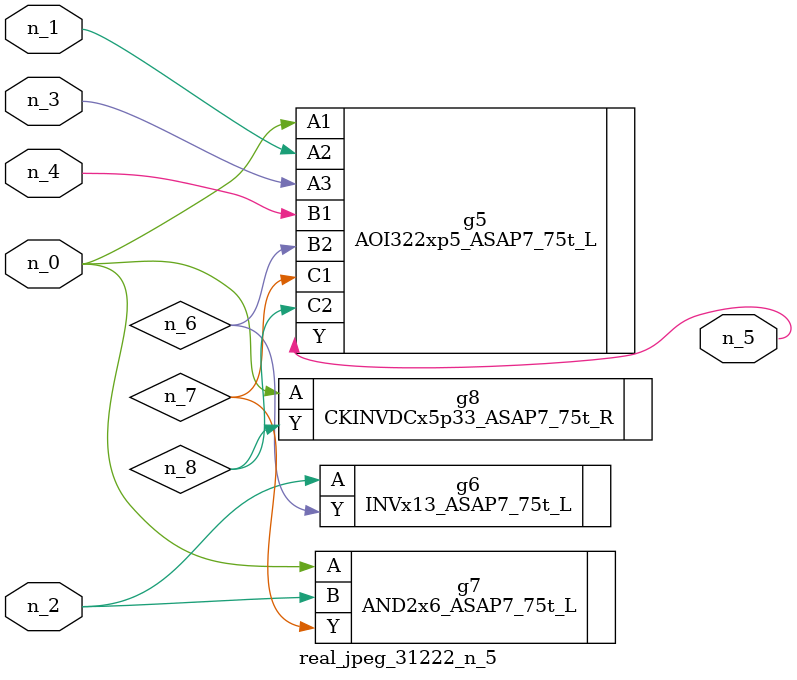
<source format=v>
module real_jpeg_31222_n_5 (n_4, n_0, n_1, n_2, n_3, n_5);

input n_4;
input n_0;
input n_1;
input n_2;
input n_3;

output n_5;

wire n_8;
wire n_6;
wire n_7;

AOI322xp5_ASAP7_75t_L g5 ( 
.A1(n_0),
.A2(n_1),
.A3(n_3),
.B1(n_4),
.B2(n_6),
.C1(n_7),
.C2(n_8),
.Y(n_5)
);

AND2x6_ASAP7_75t_L g7 ( 
.A(n_0),
.B(n_2),
.Y(n_7)
);

CKINVDCx5p33_ASAP7_75t_R g8 ( 
.A(n_0),
.Y(n_8)
);

INVx13_ASAP7_75t_L g6 ( 
.A(n_2),
.Y(n_6)
);


endmodule
</source>
